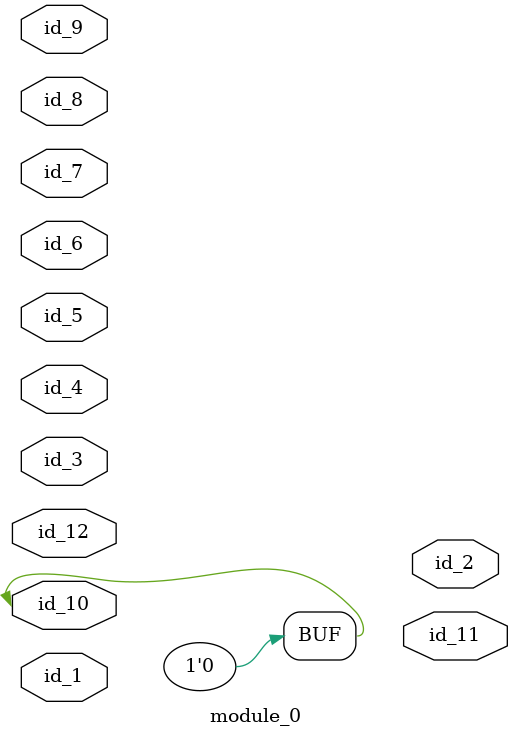
<source format=v>
module module_0 (
    id_1,
    id_2,
    id_3,
    id_4,
    id_5,
    id_6,
    id_7,
    id_8,
    id_9,
    id_10,
    id_11,
    id_12
);
  inout wire id_12;
  output wire id_11;
  inout wire id_10;
  inout wire id_9;
  inout wire id_8;
  inout wire id_7;
  inout wire id_6;
  input wire id_5;
  inout wire id_4;
  inout wire id_3;
  output wire id_2;
  inout wire id_1;
  always id_10 = 1'd0;
endmodule
module module_1 ();
  assign id_1 = id_1;
  module_0 modCall_1 (
      id_1,
      id_1,
      id_1,
      id_1,
      id_1,
      id_1,
      id_1,
      id_1,
      id_1,
      id_1,
      id_1,
      id_1
  );
endmodule

</source>
